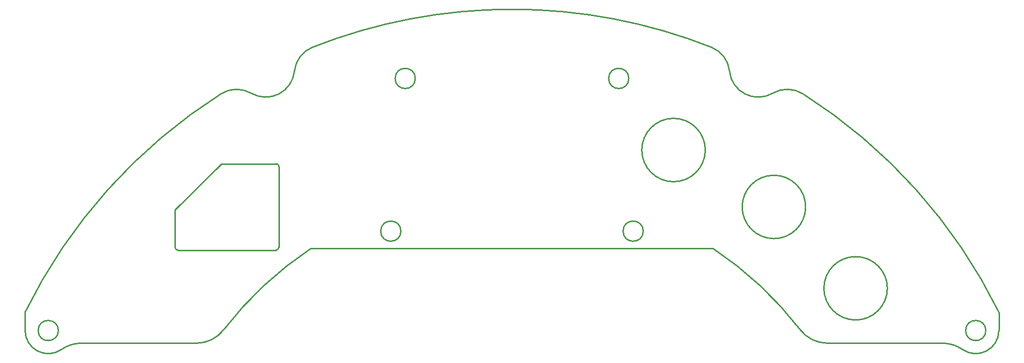
<source format=gko>
G04 Layer_Color=16711935*
%FSLAX44Y44*%
%MOMM*%
G71*
G01*
G75*
%ADD30C,0.2500*%
D30*
X57387Y-22025D02*
G03*
X22992Y-32863I0J-60000D01*
G01*
X256607Y-22025D02*
G03*
X304176Y1407I0J60000D01*
G01*
X-40107Y0D02*
G03*
X22992Y-32863I40107J0D01*
G01*
X351653Y411831D02*
G03*
X299598Y410875I-25244J-43159D01*
G01*
X458023Y491597D02*
G03*
X426652Y450045I18384J-46498D01*
G01*
X351653Y411831D02*
G03*
X426652Y450045I25244J43159D01*
G01*
X1584305Y-32863D02*
G03*
X1549910Y-22025I-34395J-49163D01*
G01*
X1303121Y1407D02*
G03*
X1350690Y-22025I47569J36568D01*
G01*
X1584305Y-32863D02*
G03*
X1647404Y0I22992J32863D01*
G01*
X1307699Y410875D02*
G03*
X1255644Y411831I-26811J-42204D01*
G01*
X1180645Y450045D02*
G03*
X1149274Y491597I-49755J-4945D01*
G01*
X1180645Y450045D02*
G03*
X1255644Y411831I49755J4945D01*
G01*
X1303121Y1407D02*
G03*
X1151894Y142444I-499472J-383963D01*
G01*
X1647404Y31782D02*
G03*
X1307699Y410875I-843756J-414338D01*
G01*
X1149274Y491597D02*
G03*
X803649Y557444I-345626J-874153D01*
G01*
X455403Y142444D02*
G03*
X304176Y1407I348246J-525000D01*
G01*
X299598Y410875D02*
G03*
X-40107Y31782I504051J-793431D01*
G01*
X803649Y557444D02*
G03*
X458023Y491597I0J-940000D01*
G01*
X1006149Y437444D02*
G03*
X1006149Y437444I-17500J0D01*
G01*
X636148D02*
G03*
X636148Y437444I-17500J0D01*
G01*
X611148Y172444D02*
G03*
X611148Y172444I-17500J0D01*
G01*
X1031149Y172444D02*
G03*
X1031149Y172444I-17500J0D01*
G01*
X1624797Y0D02*
G03*
X1624797Y0I-17500J0D01*
G01*
X17500D02*
G03*
X17500Y0I-17500J0D01*
G01*
X1454224Y73284D02*
G03*
X1454224Y73284I-55000J0D01*
G01*
X1312576Y214478D02*
G03*
X1312576Y214478I-55000J0D01*
G01*
X1138648Y313217D02*
G03*
X1138648Y313217I-55000J0D01*
G01*
X399721Y284478D02*
G03*
X394721Y289478I-5000J0D01*
G01*
X394721Y139478D02*
G03*
X399721Y144478I0J5000D01*
G01*
X219721Y144478D02*
G03*
X224721Y139478I5000J0D01*
G01*
X455403Y142444D02*
X1151894D01*
X57387Y-22025D02*
X256607D01*
X-40107Y0D02*
Y31782D01*
X1350690Y-22025D02*
X1549910D01*
X1647404Y0D02*
Y31782D01*
X219721Y209478D02*
X299721Y289478D01*
X219721Y144478D02*
Y209478D01*
X224721Y139478D02*
X394721D01*
X299721Y289478D02*
X394721D01*
X399721Y144478D02*
Y284478D01*
M02*

</source>
